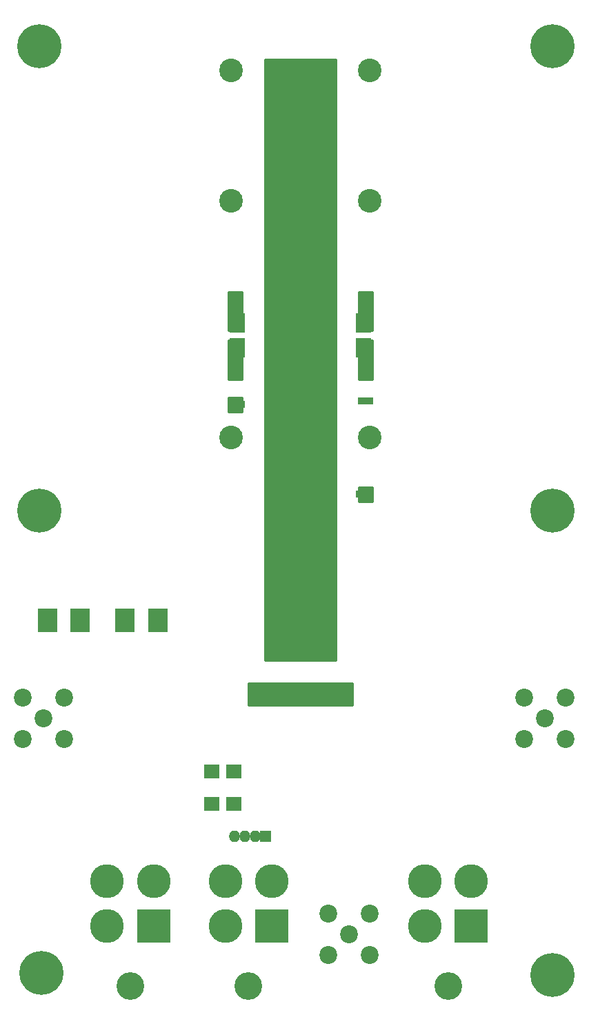
<source format=gbr>
G04 #@! TF.FileFunction,Soldermask,Top*
%FSLAX46Y46*%
G04 Gerber Fmt 4.6, Leading zero omitted, Abs format (unit mm)*
G04 Created by KiCad (PCBNEW 4.0.6) date 2017 May 30, Tuesday 14:38:27*
%MOMM*%
%LPD*%
G01*
G04 APERTURE LIST*
%ADD10C,0.100000*%
%ADD11R,4.150000X4.150000*%
%ADD12C,4.150000*%
%ADD13C,3.400000*%
%ADD14C,2.198320*%
%ADD15C,2.195780*%
%ADD16R,1.900000X1.700000*%
%ADD17R,2.400000X2.900000*%
%ADD18R,2.400000X1.900000*%
%ADD19R,1.900000X0.900000*%
%ADD20R,0.900000X1.900000*%
%ADD21R,1.900000X2.400000*%
%ADD22C,5.400000*%
%ADD23R,1.400000X1.400000*%
%ADD24O,1.400000X1.400000*%
%ADD25C,2.900000*%
%ADD26C,0.254000*%
G04 APERTURE END LIST*
D10*
D11*
X94000000Y-138000000D03*
D12*
X88300000Y-138000000D03*
X94000000Y-132500000D03*
X88300000Y-132500000D03*
D13*
X91150000Y-145300000D03*
D11*
X133000000Y-138000000D03*
D12*
X127300000Y-138000000D03*
X133000000Y-132500000D03*
X127300000Y-132500000D03*
D13*
X130150000Y-145300000D03*
D14*
X80500000Y-112500000D03*
D15*
X83040000Y-109960000D03*
X77960000Y-109960000D03*
X77960000Y-115040000D03*
X83040000Y-115040000D03*
D16*
X103850000Y-123000000D03*
X101150000Y-123000000D03*
X103850000Y-119000000D03*
X101150000Y-119000000D03*
D17*
X85000000Y-100500000D03*
X81000000Y-100500000D03*
X94500000Y-100500000D03*
X90500000Y-100500000D03*
D18*
X111000000Y-109000000D03*
X113500000Y-109000000D03*
D19*
X119750000Y-85000000D03*
D20*
X116250000Y-109000000D03*
X115250000Y-109000000D03*
D21*
X104250000Y-64000000D03*
D20*
X117250000Y-109000000D03*
D21*
X119750000Y-64000000D03*
D20*
X106500000Y-109000000D03*
D19*
X104250000Y-74000000D03*
D11*
X108500000Y-138000000D03*
D12*
X102800000Y-138000000D03*
X108500000Y-132500000D03*
X102800000Y-132500000D03*
D13*
X105650000Y-145300000D03*
D14*
X118000000Y-139000000D03*
D15*
X115460000Y-141540000D03*
X120540000Y-141540000D03*
X120540000Y-136460000D03*
X115460000Y-136460000D03*
D21*
X104250000Y-67000000D03*
X119750000Y-67000000D03*
D22*
X80000000Y-30000000D03*
X143000000Y-30000000D03*
X80000000Y-87000000D03*
X143000000Y-87000000D03*
X143000000Y-144000000D03*
X80250000Y-143750000D03*
D23*
X107770000Y-127000000D03*
D24*
X106500000Y-127000000D03*
X105230000Y-127000000D03*
X103960000Y-127000000D03*
D25*
X120500000Y-78000000D03*
X103500000Y-78000000D03*
X120500000Y-33000000D03*
X103500000Y-33000000D03*
D14*
X142000000Y-112500000D03*
D15*
X144540000Y-109960000D03*
X139460000Y-109960000D03*
X139460000Y-115040000D03*
X144540000Y-115040000D03*
D19*
X120000000Y-73500000D03*
D25*
X120500000Y-49000000D03*
X103500000Y-49000000D03*
D26*
G36*
X104873000Y-64873000D02*
X103127000Y-64873000D01*
X103127000Y-60127000D01*
X104873000Y-60127000D01*
X104873000Y-64873000D01*
X104873000Y-64873000D01*
G37*
X104873000Y-64873000D02*
X103127000Y-64873000D01*
X103127000Y-60127000D01*
X104873000Y-60127000D01*
X104873000Y-64873000D01*
G36*
X104873000Y-70873000D02*
X103127000Y-70873000D01*
X103127000Y-66127000D01*
X104873000Y-66127000D01*
X104873000Y-70873000D01*
X104873000Y-70873000D01*
G37*
X104873000Y-70873000D02*
X103127000Y-70873000D01*
X103127000Y-66127000D01*
X104873000Y-66127000D01*
X104873000Y-70873000D01*
G36*
X120873000Y-70873000D02*
X119127000Y-70873000D01*
X119127000Y-66127000D01*
X120873000Y-66127000D01*
X120873000Y-70873000D01*
X120873000Y-70873000D01*
G37*
X120873000Y-70873000D02*
X119127000Y-70873000D01*
X119127000Y-66127000D01*
X120873000Y-66127000D01*
X120873000Y-70873000D01*
G36*
X120873000Y-64873000D02*
X119127000Y-64873000D01*
X119127000Y-60127000D01*
X120873000Y-60127000D01*
X120873000Y-64873000D01*
X120873000Y-64873000D01*
G37*
X120873000Y-64873000D02*
X119127000Y-64873000D01*
X119127000Y-60127000D01*
X120873000Y-60127000D01*
X120873000Y-64873000D01*
G36*
X116373000Y-105373000D02*
X107627000Y-105373000D01*
X107627000Y-31627000D01*
X116373000Y-31627000D01*
X116373000Y-105373000D01*
X116373000Y-105373000D01*
G37*
X116373000Y-105373000D02*
X107627000Y-105373000D01*
X107627000Y-31627000D01*
X116373000Y-31627000D01*
X116373000Y-105373000D01*
G36*
X118373000Y-110873000D02*
X105627000Y-110873000D01*
X105627000Y-108127000D01*
X118373000Y-108127000D01*
X118373000Y-110873000D01*
X118373000Y-110873000D01*
G37*
X118373000Y-110873000D02*
X105627000Y-110873000D01*
X105627000Y-108127000D01*
X118373000Y-108127000D01*
X118373000Y-110873000D01*
G36*
X120873000Y-85873000D02*
X119127000Y-85873000D01*
X119127000Y-84127000D01*
X120873000Y-84127000D01*
X120873000Y-85873000D01*
X120873000Y-85873000D01*
G37*
X120873000Y-85873000D02*
X119127000Y-85873000D01*
X119127000Y-84127000D01*
X120873000Y-84127000D01*
X120873000Y-85873000D01*
G36*
X104873000Y-74873000D02*
X103127000Y-74873000D01*
X103127000Y-73127000D01*
X104873000Y-73127000D01*
X104873000Y-74873000D01*
X104873000Y-74873000D01*
G37*
X104873000Y-74873000D02*
X103127000Y-74873000D01*
X103127000Y-73127000D01*
X104873000Y-73127000D01*
X104873000Y-74873000D01*
M02*

</source>
